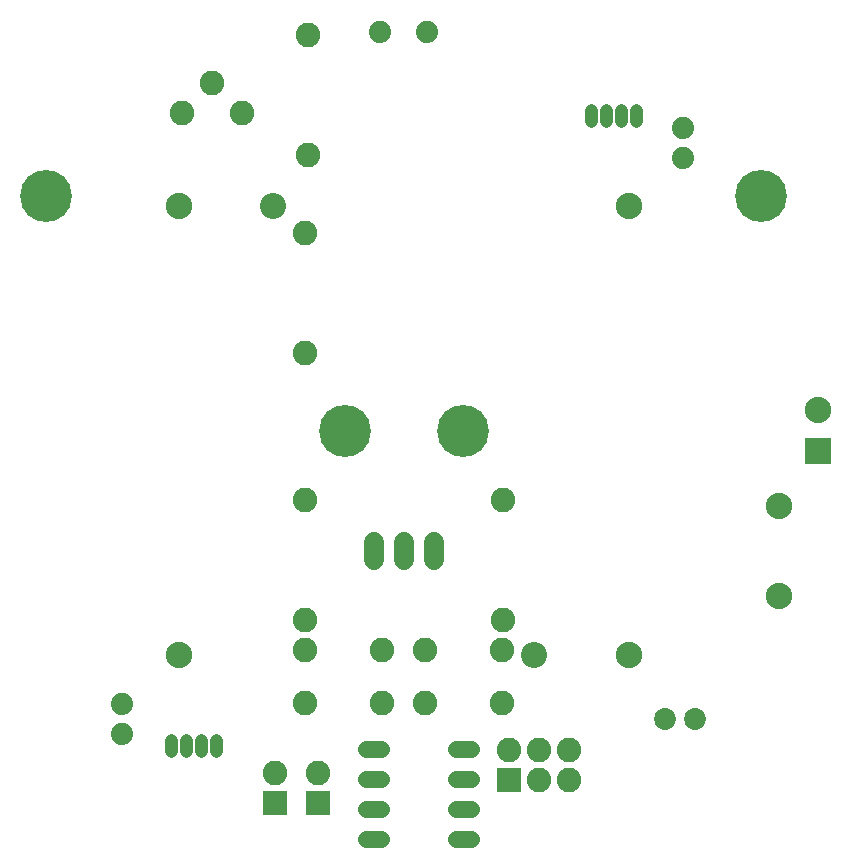
<source format=gbs>
G75*
%MOIN*%
%OFA0B0*%
%FSLAX24Y24*%
%IPPOS*%
%LPD*%
%AMOC8*
5,1,8,0,0,1.08239X$1,22.5*
%
%ADD10C,0.0580*%
%ADD11C,0.0740*%
%ADD12C,0.0820*%
%ADD13C,0.0880*%
%ADD14C,0.0867*%
%ADD15R,0.0880X0.0880*%
%ADD16R,0.0820X0.0820*%
%ADD17C,0.0730*%
%ADD18C,0.0430*%
%ADD19C,0.0680*%
%ADD20C,0.1730*%
D10*
X013497Y001147D02*
X013997Y001147D01*
X013997Y002147D02*
X013497Y002147D01*
X013497Y003147D02*
X013997Y003147D01*
X013997Y004147D02*
X013497Y004147D01*
X016497Y004147D02*
X016997Y004147D01*
X016997Y003147D02*
X016497Y003147D01*
X016497Y002147D02*
X016997Y002147D01*
X016997Y001147D02*
X016497Y001147D01*
D11*
X005347Y004647D03*
X005347Y005647D03*
X024047Y023847D03*
X024047Y024847D03*
X015534Y028047D03*
X013960Y028047D03*
D12*
X011547Y027947D03*
X009347Y025347D03*
X008347Y026347D03*
X007347Y025347D03*
X011547Y023947D03*
X011447Y021347D03*
X011447Y017347D03*
X011447Y012447D03*
X011447Y008447D03*
X011467Y007437D03*
X011467Y005657D03*
X011897Y003347D03*
X010447Y003347D03*
X014027Y005657D03*
X015467Y005657D03*
X015467Y007437D03*
X014027Y007437D03*
X018027Y007437D03*
X018047Y008447D03*
X018027Y005657D03*
X018247Y004097D03*
X019247Y004097D03*
X019247Y003097D03*
X020247Y003097D03*
X020247Y004097D03*
X018047Y012447D03*
D13*
X022247Y007267D03*
X027247Y009247D03*
X027247Y012247D03*
X028541Y015436D03*
X022247Y022227D03*
X007247Y022227D03*
X007247Y007267D03*
D14*
X019097Y007267D03*
X010397Y022227D03*
D15*
X028541Y014058D03*
D16*
X018247Y003097D03*
X011897Y002347D03*
X010447Y002347D03*
D17*
X023447Y005147D03*
X024447Y005147D03*
D18*
X008497Y004422D02*
X008497Y004072D01*
X007997Y004072D02*
X007997Y004422D01*
X007497Y004422D02*
X007497Y004072D01*
X006997Y004072D02*
X006997Y004422D01*
X020997Y025072D02*
X020997Y025422D01*
X021497Y025422D02*
X021497Y025072D01*
X021997Y025072D02*
X021997Y025422D01*
X022497Y025422D02*
X022497Y025072D01*
D19*
X015747Y011047D02*
X015747Y010447D01*
X014747Y010447D02*
X014747Y011047D01*
X013747Y011047D02*
X013747Y010447D01*
D20*
X012778Y014747D03*
X016715Y014747D03*
X026664Y022584D03*
X002830Y022584D03*
M02*

</source>
